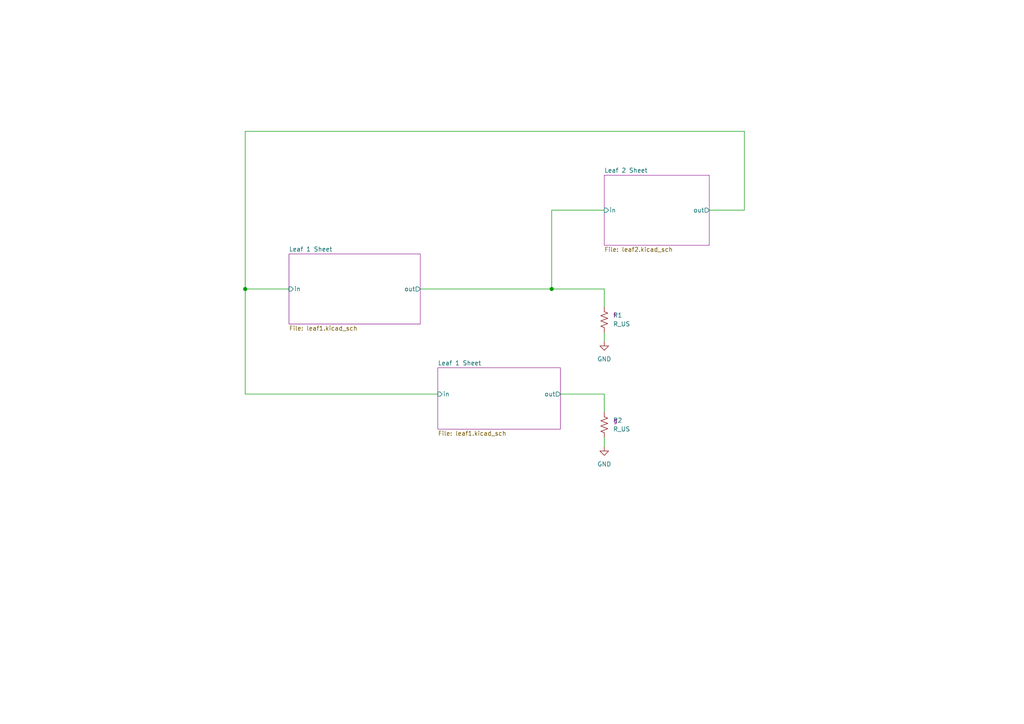
<source format=kicad_sch>
(kicad_sch (version 20230121) (generator eeschema)
  (paper "A4")
  (lib_symbols
    (symbol "Device:R_US" (pin_numbers hide) (pin_names (offset 0))
      (property "Reference" "R" (at 2.54 0 90))
      (property "Value" "R_US" (at -2.54 0 90))
      (symbol "R_US_0_1"
        (polyline (pts (xy 0 -2.286) (xy 0 -2.54)))
        (polyline (pts (xy 0 2.286) (xy 0 2.54)))
        (polyline (pts (xy 0 -0.762) (xy 1.016 -1.143) (xy 0 -1.524) (xy -1.016 -1.905) (xy 0 -2.286)))
        (polyline (pts (xy 0 0.762) (xy 1.016 0.381) (xy 0 0) (xy -1.016 -0.381) (xy 0 -0.762)))
        (polyline (pts (xy 0 2.286) (xy 1.016 1.905) (xy 0 1.524) (xy -1.016 1.143) (xy 0 0.762)))
      )
      (symbol "R_US_1_1"
        (pin passive line (at 0 3.81 270) (length 1.27) (name "~") (number "1"))
        (pin passive line (at 0 -3.81 90) (length 1.27) (name "~") (number "2"))
      )
    )
    (symbol "power:GND" (power) (pin_names (offset 0))
      (property "Value" "GND" (at 0 -3.81 0))
      (symbol "GND_0_1"
        (polyline (pts (xy 0 0) (xy 0 -1.27) (xy 1.27 -1.27) (xy 0 -2.54) (xy -1.27 -1.27) (xy 0 -1.27)))
      )
      (symbol "GND_1_1"
        (pin power_in line (at 0 0 270) (length 0) hide (name "GND") (number "1"))
      )
    )
  )
  (junction (at 71.12 83.82) (diameter 1.016))
  (junction (at 160.02 83.82) (diameter 1.016))
  (wire (pts (xy 160.02 60.96) (xy 160.02 83.82)))
  (wire (pts (xy 175.26 60.96) (xy 160.02 60.96)))
  (wire (pts (xy 162.56 114.3) (xy 175.26 114.3)))
  (wire (pts (xy 175.26 114.3) (xy 175.26 119.38)))
  (wire (pts (xy 71.12 38.1) (xy 71.12 83.82)))
  (wire (pts (xy 205.74 60.96) (xy 215.9 60.96)))
  (wire (pts (xy 215.9 38.1) (xy 71.12 38.1)))
  (wire (pts (xy 215.9 60.96) (xy 215.9 38.1)))
  (wire (pts (xy 121.92 83.82) (xy 160.02 83.82)))
  (wire (pts (xy 160.02 83.82) (xy 175.26 83.82)))
  (wire (pts (xy 175.26 83.82) (xy 175.26 88.9)))
  (wire (pts (xy 175.26 127) (xy 175.26 129.54)))
  (wire (pts (xy 71.12 83.82) (xy 71.12 114.3)))
  (wire (pts (xy 71.12 114.3) (xy 127 114.3)))
  (wire (pts (xy 83.82 83.82) (xy 71.12 83.82)))
  (wire (pts (xy 175.26 96.52) (xy 175.26 99.06)))
  (symbol (lib_id "power:GND") (at 175.26 99.06 0) (unit 1)
    (property "Reference" "#PWR01" (effects hide))
    (property "Value" "GND" (at 175.26 104.14 0))
  )
  (symbol (lib_id "Device:R_US") (at 175.26 92.71 0) (unit 1)
    (property "Reference" "R1" (at 177.8 91.44 0) (effects (justify left)))
    (property "Value" "R_US" (at 177.8 93.98 0) (effects (justify left)))
    (property "Footprint" "\"\"" (effects hide))
    (property "Datasheet" "\"~\"" (effects hide))
    (property "arbitrary" "\"1\"" (effects hide))
    (property "qwerty" "\"resistor\"" (effects hide))
    (property "new1" "f" (at 177.8 91.44 0) (effects (justify left)))
  )
  (symbol (lib_id "power:GND") (at 175.26 129.54 0) (unit 1)
    (property "Reference" "#PWR02" (effects hide))
    (property "Value" "GND" (at 175.26 134.62 0))
  )
  (symbol (lib_id "Device:R_US") (at 175.26 123.19 0) (unit 1)
    (property "Reference" "R2" (at 177.8 121.92 0) (effects (justify left)))
    (property "Value" "R_US" (at 177.8 124.46 0) (effects (justify left)))
    (property "Footprint" "\"\"" (effects hide))
    (property "Datasheet" "\"~\"" (effects hide))
    (property "arbitrary" "\"2\"" (effects hide))
    (property "qwerty" "\"resistor\"" (effects hide))
    (property "new1" "g" (at 177.8 121.92 0) (effects (justify left)))
  )
  (sheet (at 175.26 50.8) (size 30.48 20.32) (stroke (width 0.0005) (color 132 0 132 1)) (fill (color 255 255 255 0.0000))
    (property "Sheetname" "Leaf 2 Sheet" (at 175.26 50.1643 0) (effects (justify left bottom)))
    (property "Sheetfile" "leaf2.kicad_sch" (at 175.26 71.6287 0) (effects (justify left top)))
    (pin "in" input (at 175.26 60.96 180))
    (pin "out" output (at 205.74 60.96 0))
  )
  (sheet (at 83.82 73.66) (size 38.1 20.32) (stroke (width 0.0005) (color 132 0 132 1)) (fill (color 255 255 255 0.0000))
    (property "Sheetname" "Leaf 1 Sheet" (at 83.82 73.0243 0) (effects (justify left bottom)))
    (property "Sheetfile" "leaf1.kicad_sch" (at 83.82 94.4887 0) (effects (justify left top)))
    (pin "out" output (at 121.92 83.82 0))
    (pin "in" input (at 83.82 83.82 180))
  )
  (sheet (at 127 106.68) (size 35.56 17.78) (stroke (width 0.0005) (color 132 0 132 1)) (fill (color 255 255 255 0.0000))
    (property "Sheetname" "Leaf 1 Sheet" (at 127 106.0443 0) (effects (justify left bottom)))
    (property "Sheetfile" "leaf1.kicad_sch" (at 127 124.9687 0) (effects (justify left top)))
    (pin "out" output (at 162.56 114.3 0))
    (pin "in" input (at 127 114.3 180))
  )
)
</source>
